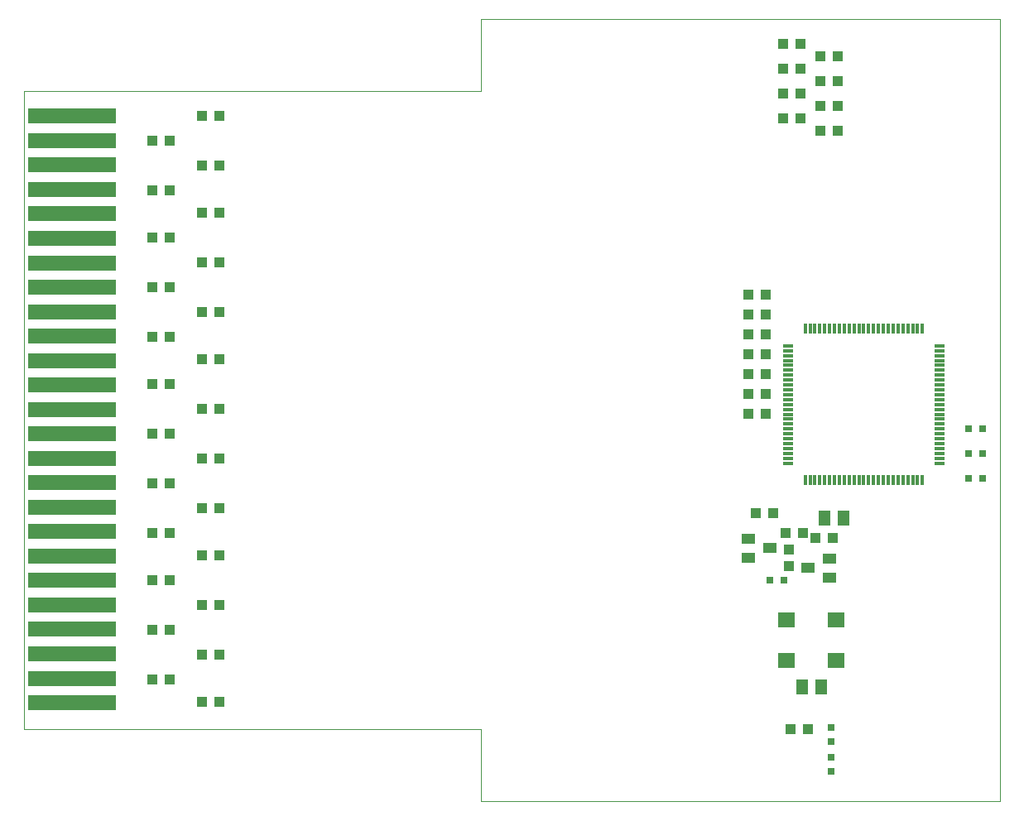
<source format=gtp>
G75*
%MOIN*%
%OFA0B0*%
%FSLAX24Y24*%
%IPPOS*%
%LPD*%
%AMOC8*
5,1,8,0,0,1.08239X$1,22.5*
%
%ADD10C,0.0000*%
%ADD11R,0.3543X0.0591*%
%ADD12R,0.0394X0.0433*%
%ADD13R,0.0118X0.0394*%
%ADD14R,0.0394X0.0118*%
%ADD15R,0.0551X0.0394*%
%ADD16R,0.0512X0.0591*%
%ADD17R,0.0709X0.0630*%
%ADD18R,0.0315X0.0315*%
%ADD19R,0.0433X0.0394*%
D10*
X000450Y003000D02*
X018850Y003000D01*
X018850Y000100D01*
X039720Y000100D01*
X039720Y031596D01*
X018850Y031596D01*
X018850Y028700D01*
X000450Y028700D01*
X000450Y003000D01*
D11*
X002372Y004078D03*
X002372Y005062D03*
X002372Y006046D03*
X002372Y007031D03*
X002372Y008015D03*
X002372Y008999D03*
X002372Y009983D03*
X002372Y010968D03*
X002372Y011952D03*
X002372Y012936D03*
X002372Y013920D03*
X002372Y014905D03*
X002372Y015889D03*
X002372Y016873D03*
X002372Y017857D03*
X002372Y018842D03*
X002372Y019826D03*
X002372Y020810D03*
X002372Y021794D03*
X002372Y022779D03*
X002372Y023763D03*
X002372Y024747D03*
X002372Y025731D03*
X002372Y026716D03*
X002372Y027700D03*
D12*
X005615Y026700D03*
X006285Y026700D03*
X007615Y025700D03*
X008285Y025700D03*
X006285Y024700D03*
X005615Y024700D03*
X007615Y023800D03*
X008285Y023800D03*
X006285Y022800D03*
X005615Y022800D03*
X007615Y021800D03*
X008285Y021800D03*
X006285Y020800D03*
X005615Y020800D03*
X007615Y019800D03*
X008285Y019800D03*
X006285Y018800D03*
X005615Y018800D03*
X007615Y017900D03*
X008285Y017900D03*
X006285Y016900D03*
X005615Y016900D03*
X007615Y015900D03*
X008285Y015900D03*
X006285Y014900D03*
X005615Y014900D03*
X007615Y013900D03*
X008285Y013900D03*
X006285Y012900D03*
X005615Y012900D03*
X007615Y011900D03*
X008285Y011900D03*
X006285Y010900D03*
X005615Y010900D03*
X007615Y010000D03*
X008285Y010000D03*
X006285Y009000D03*
X005615Y009000D03*
X007615Y008000D03*
X008285Y008000D03*
X006285Y007000D03*
X005615Y007000D03*
X007615Y006000D03*
X008285Y006000D03*
X006285Y005000D03*
X005615Y005000D03*
X007615Y004100D03*
X008285Y004100D03*
X029615Y015700D03*
X030285Y015700D03*
X030285Y016500D03*
X029615Y016500D03*
X029615Y017300D03*
X030285Y017300D03*
X030285Y018100D03*
X029615Y018100D03*
X029615Y018900D03*
X030285Y018900D03*
X030285Y019700D03*
X029615Y019700D03*
X029615Y020500D03*
X030285Y020500D03*
X032515Y027100D03*
X033185Y027100D03*
X033185Y028100D03*
X032515Y028100D03*
X031685Y028600D03*
X031015Y028600D03*
X031015Y027600D03*
X031685Y027600D03*
X032515Y029100D03*
X033185Y029100D03*
X033185Y030100D03*
X032515Y030100D03*
X031685Y030600D03*
X031015Y030600D03*
X031015Y029600D03*
X031685Y029600D03*
X030585Y011700D03*
X029915Y011700D03*
X031115Y010900D03*
X031785Y010900D03*
X032315Y010700D03*
X032985Y010700D03*
X031985Y003000D03*
X031315Y003000D03*
X008285Y027700D03*
X007615Y027700D03*
D13*
X031888Y019140D03*
X032085Y019140D03*
X032282Y019140D03*
X032479Y019140D03*
X032676Y019140D03*
X032872Y019140D03*
X033069Y019140D03*
X033266Y019140D03*
X033463Y019140D03*
X033660Y019140D03*
X033857Y019140D03*
X034054Y019140D03*
X034250Y019140D03*
X034447Y019140D03*
X034644Y019140D03*
X034841Y019140D03*
X035038Y019140D03*
X035235Y019140D03*
X035431Y019140D03*
X035628Y019140D03*
X035825Y019140D03*
X036022Y019140D03*
X036219Y019140D03*
X036416Y019140D03*
X036613Y019140D03*
X036613Y013037D03*
X036416Y013037D03*
X036219Y013037D03*
X036022Y013037D03*
X035825Y013037D03*
X035628Y013037D03*
X035431Y013037D03*
X035235Y013037D03*
X035038Y013037D03*
X034841Y013037D03*
X034644Y013037D03*
X034447Y013037D03*
X034250Y013037D03*
X034054Y013037D03*
X033857Y013037D03*
X033660Y013037D03*
X033463Y013037D03*
X033266Y013037D03*
X033069Y013037D03*
X032872Y013037D03*
X032676Y013037D03*
X032479Y013037D03*
X032282Y013037D03*
X032085Y013037D03*
X031888Y013037D03*
D14*
X031199Y013726D03*
X031199Y013923D03*
X031199Y014120D03*
X031199Y014317D03*
X031199Y014514D03*
X031199Y014711D03*
X031199Y014907D03*
X031199Y015104D03*
X031199Y015301D03*
X031199Y015498D03*
X031199Y015695D03*
X031199Y015892D03*
X031199Y016088D03*
X031199Y016285D03*
X031199Y016482D03*
X031199Y016679D03*
X031199Y016876D03*
X031199Y017073D03*
X031199Y017270D03*
X031199Y017466D03*
X031199Y017663D03*
X031199Y017860D03*
X031199Y018057D03*
X031199Y018254D03*
X031199Y018451D03*
X037302Y018451D03*
X037302Y018254D03*
X037302Y018057D03*
X037302Y017860D03*
X037302Y017663D03*
X037302Y017466D03*
X037302Y017270D03*
X037302Y017073D03*
X037302Y016876D03*
X037302Y016679D03*
X037302Y016482D03*
X037302Y016285D03*
X037302Y016088D03*
X037302Y015892D03*
X037302Y015695D03*
X037302Y015498D03*
X037302Y015301D03*
X037302Y015104D03*
X037302Y014907D03*
X037302Y014711D03*
X037302Y014514D03*
X037302Y014317D03*
X037302Y014120D03*
X037302Y013923D03*
X037302Y013726D03*
D15*
X032883Y009874D03*
X032017Y009500D03*
X032883Y009126D03*
X030483Y010300D03*
X029617Y009926D03*
X029617Y010674D03*
D16*
X032676Y011500D03*
X033424Y011500D03*
X032524Y004700D03*
X031776Y004700D03*
D17*
X031150Y005773D03*
X031150Y007427D03*
X033150Y007427D03*
X033150Y005773D03*
D18*
X032950Y003095D03*
X032950Y002505D03*
X032950Y001895D03*
X032950Y001305D03*
X031045Y009000D03*
X030455Y009000D03*
X038455Y013100D03*
X039045Y013100D03*
X039045Y014100D03*
X038455Y014100D03*
X038455Y015100D03*
X039045Y015100D03*
D19*
X031250Y010235D03*
X031250Y009565D03*
M02*

</source>
